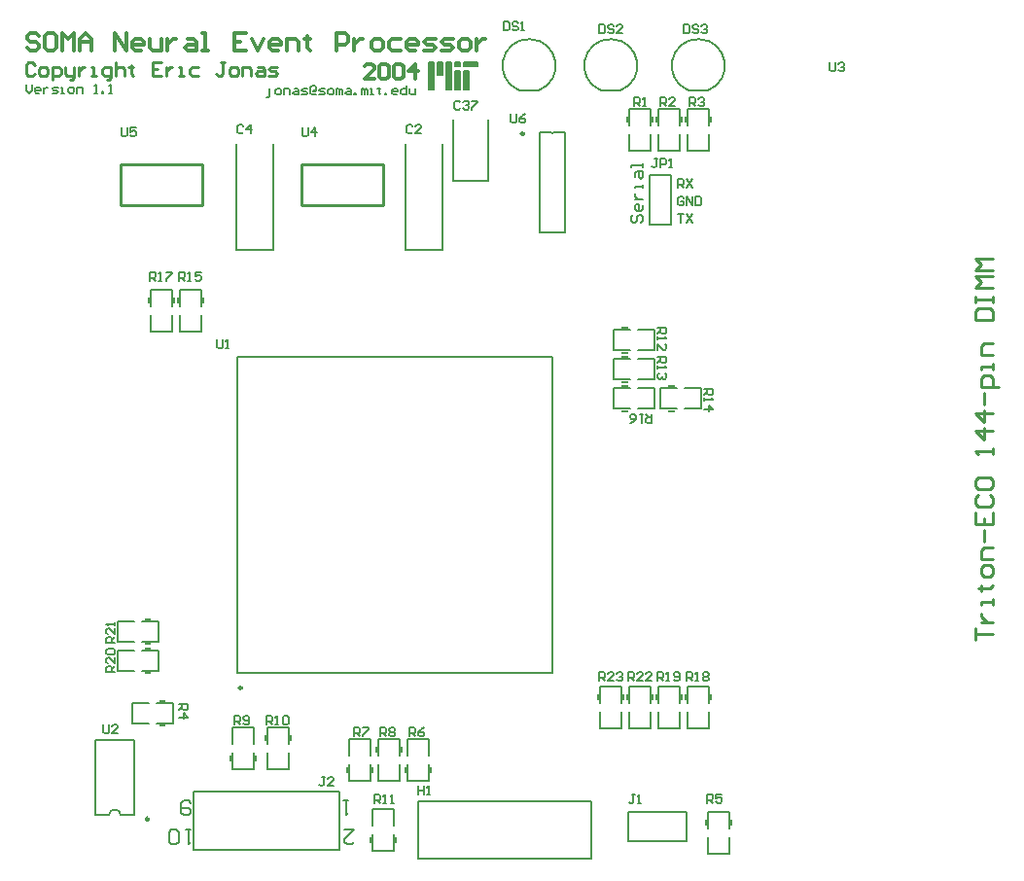
<source format=gto>
%FSLAX24Y24*%
%MOIN*%
G70*
G01*
G75*
%ADD10C,0.0080*%
%ADD11R,0.0787X0.0197*%
%ADD12R,0.1811X0.1772*%
%ADD13R,0.0394X0.0433*%
%ADD14R,0.0571X0.0118*%
%ADD15R,0.0433X0.0394*%
%ADD16R,0.0945X0.1024*%
%ADD17R,0.1000X0.1400*%
%ADD18R,0.0300X0.0600*%
%ADD19R,0.0866X0.0157*%
%ADD20R,0.0866X0.0157*%
%ADD21R,0.0118X0.0728*%
%ADD22R,0.0728X0.0118*%
%ADD23R,0.0866X0.0787*%
%ADD24C,0.0120*%
%ADD25C,0.0110*%
%ADD26C,0.0100*%
%ADD27C,0.0320*%
%ADD28C,0.0200*%
%ADD29C,0.0900*%
%ADD30C,0.0472*%
%ADD31C,0.0669*%
%ADD32R,0.0591X0.0591*%
%ADD33C,0.0591*%
%ADD34C,0.0500*%
%ADD35R,0.0394X0.0394*%
%ADD36C,0.0394*%
%ADD37C,0.1300*%
%ADD38C,0.0550*%
%ADD39C,0.1063*%
%ADD40C,0.0250*%
%ADD41C,0.0400*%
%ADD42C,0.0079*%
%ADD43C,0.0098*%
%ADD44C,0.0060*%
%ADD45C,0.0070*%
%ADD46C,0.0050*%
%ADD47R,0.0079X0.0197*%
%ADD48R,0.0197X0.0079*%
%ADD49C,0.0020*%
D10*
X31600Y56700D02*
X31650D01*
X31700Y56750D01*
Y57000D01*
X31950Y56800D02*
X32050D01*
X32100Y56850D01*
Y56950D01*
X32050Y57000D01*
X31950D01*
X31900Y56950D01*
Y56850D01*
X31950Y56800D01*
X32200D02*
Y57000D01*
X32350D01*
X32400Y56950D01*
Y56800D01*
X32550Y57000D02*
X32650D01*
X32700Y56950D01*
Y56800D01*
X32550D01*
X32500Y56850D01*
X32550Y56900D01*
X32700D01*
X32800Y56800D02*
X32950D01*
X33000Y56850D01*
X32950Y56900D01*
X32850D01*
X32800Y56950D01*
X32850Y57000D01*
X33000D01*
X33249Y56900D02*
Y56950D01*
X33199D01*
Y56900D01*
X33249D01*
X33299Y56950D01*
Y57050D01*
X33249Y57100D01*
X33149D01*
X33100Y57050D01*
Y56850D01*
X33149Y56800D01*
X33299D01*
X33399D02*
X33549D01*
X33599Y56850D01*
X33549Y56900D01*
X33449D01*
X33399Y56950D01*
X33449Y57000D01*
X33599D01*
X33749Y56800D02*
X33849D01*
X33899Y56850D01*
Y56950D01*
X33849Y57000D01*
X33749D01*
X33699Y56950D01*
Y56850D01*
X33749Y56800D01*
X33999D02*
Y57000D01*
X34049D01*
X34099Y56950D01*
Y56800D01*
Y56950D01*
X34149Y57000D01*
X34199Y56950D01*
Y56800D01*
X34349Y57000D02*
X34449D01*
X34499Y56950D01*
Y56800D01*
X34349D01*
X34299Y56850D01*
X34349Y56900D01*
X34499D01*
X34599Y56800D02*
Y56850D01*
X34649D01*
Y56800D01*
X34599D01*
X34849D02*
Y57000D01*
X34899D01*
X34949Y56950D01*
Y56800D01*
Y56950D01*
X34999Y57000D01*
X35049Y56950D01*
Y56800D01*
X35149D02*
X35249D01*
X35199D01*
Y57000D01*
X35149D01*
X35449Y57050D02*
Y57000D01*
X35399D01*
X35499D01*
X35449D01*
Y56850D01*
X35499Y56800D01*
X35649D02*
Y56850D01*
X35699D01*
Y56800D01*
X35649D01*
X36049D02*
X35949D01*
X35899Y56850D01*
Y56950D01*
X35949Y57000D01*
X36049D01*
X36099Y56950D01*
Y56900D01*
X35899D01*
X36398Y57100D02*
Y56800D01*
X36249D01*
X36199Y56850D01*
Y56950D01*
X36249Y57000D01*
X36398D01*
X36498D02*
Y56850D01*
X36548Y56800D01*
X36698D01*
Y57000D01*
X34267Y31600D02*
X34600D01*
X34267Y31267D01*
Y31183D01*
X34350Y31100D01*
X34517D01*
X34600Y31183D01*
X34400Y32600D02*
X34233D01*
X34317D01*
Y32100D01*
X34400Y32183D01*
X29000Y32517D02*
X28917Y32600D01*
X28750D01*
X28667Y32517D01*
Y32183D01*
X28750Y32100D01*
X28917D01*
X29000Y32183D01*
Y32267D01*
X28917Y32350D01*
X28667D01*
X29000Y31600D02*
X28833D01*
X28917D01*
Y31100D01*
X29000Y31183D01*
X28583D02*
X28500Y31100D01*
X28334D01*
X28250Y31183D01*
Y31517D01*
X28334Y31600D01*
X28500D01*
X28583Y31517D01*
Y31183D01*
X44167Y52667D02*
X44100Y52600D01*
Y52467D01*
X44167Y52400D01*
X44233D01*
X44300Y52467D01*
Y52600D01*
X44367Y52667D01*
X44433D01*
X44500Y52600D01*
Y52467D01*
X44433Y52400D01*
X44500Y53000D02*
Y52867D01*
X44433Y52800D01*
X44300D01*
X44233Y52867D01*
Y53000D01*
X44300Y53066D01*
X44367D01*
Y52800D01*
X44233Y53200D02*
X44500D01*
X44367D01*
X44300Y53266D01*
X44233Y53333D01*
Y53400D01*
X44500Y53600D02*
Y53733D01*
Y53666D01*
X44233D01*
Y53600D01*
Y53999D02*
Y54133D01*
X44300Y54199D01*
X44500D01*
Y53999D01*
X44433Y53933D01*
X44367Y53999D01*
Y54199D01*
X44500Y54333D02*
Y54466D01*
Y54399D01*
X44100D01*
Y54333D01*
D24*
X35283Y57350D02*
X34950D01*
X35283Y57683D01*
Y57767D01*
X35200Y57850D01*
X35033D01*
X34950Y57767D01*
X35450D02*
X35533Y57850D01*
X35700D01*
X35783Y57767D01*
Y57433D01*
X35700Y57350D01*
X35533D01*
X35450Y57433D01*
Y57767D01*
X35950D02*
X36033Y57850D01*
X36200D01*
X36283Y57767D01*
Y57433D01*
X36200Y57350D01*
X36033D01*
X35950Y57433D01*
Y57767D01*
X36699Y57350D02*
Y57850D01*
X36450Y57600D01*
X36783D01*
X23800Y58800D02*
X23700Y58900D01*
X23500D01*
X23400Y58800D01*
Y58700D01*
X23500Y58600D01*
X23700D01*
X23800Y58500D01*
Y58400D01*
X23700Y58300D01*
X23500D01*
X23400Y58400D01*
X24300Y58900D02*
X24100D01*
X24000Y58800D01*
Y58400D01*
X24100Y58300D01*
X24300D01*
X24400Y58400D01*
Y58800D01*
X24300Y58900D01*
X24600Y58300D02*
Y58900D01*
X24800Y58700D01*
X24999Y58900D01*
Y58300D01*
X25199D02*
Y58700D01*
X25399Y58900D01*
X25599Y58700D01*
Y58300D01*
Y58600D01*
X25199D01*
X26399Y58300D02*
Y58900D01*
X26799Y58300D01*
Y58900D01*
X27299Y58300D02*
X27099D01*
X26999Y58400D01*
Y58600D01*
X27099Y58700D01*
X27299D01*
X27399Y58600D01*
Y58500D01*
X26999D01*
X27599Y58700D02*
Y58400D01*
X27699Y58300D01*
X27999D01*
Y58700D01*
X28198D02*
Y58300D01*
Y58500D01*
X28298Y58600D01*
X28398Y58700D01*
X28498D01*
X28898D02*
X29098D01*
X29198Y58600D01*
Y58300D01*
X28898D01*
X28798Y58400D01*
X28898Y58500D01*
X29198D01*
X29398Y58300D02*
X29598D01*
X29498D01*
Y58900D01*
X29398D01*
X30898D02*
X30498D01*
Y58300D01*
X30898D01*
X30498Y58600D02*
X30698D01*
X31098Y58700D02*
X31297Y58300D01*
X31497Y58700D01*
X31997Y58300D02*
X31797D01*
X31697Y58400D01*
Y58600D01*
X31797Y58700D01*
X31997D01*
X32097Y58600D01*
Y58500D01*
X31697D01*
X32297Y58300D02*
Y58700D01*
X32597D01*
X32697Y58600D01*
Y58300D01*
X32997Y58800D02*
Y58700D01*
X32897D01*
X33097D01*
X32997D01*
Y58400D01*
X33097Y58300D01*
X33997D02*
Y58900D01*
X34296D01*
X34396Y58800D01*
Y58600D01*
X34296Y58500D01*
X33997D01*
X34596Y58700D02*
Y58300D01*
Y58500D01*
X34696Y58600D01*
X34796Y58700D01*
X34896D01*
X35296Y58300D02*
X35496D01*
X35596Y58400D01*
Y58600D01*
X35496Y58700D01*
X35296D01*
X35196Y58600D01*
Y58400D01*
X35296Y58300D01*
X36196Y58700D02*
X35896D01*
X35796Y58600D01*
Y58400D01*
X35896Y58300D01*
X36196D01*
X36696D02*
X36496D01*
X36396Y58400D01*
Y58600D01*
X36496Y58700D01*
X36696D01*
X36796Y58600D01*
Y58500D01*
X36396D01*
X36996Y58300D02*
X37295D01*
X37395Y58400D01*
X37295Y58500D01*
X37096D01*
X36996Y58600D01*
X37096Y58700D01*
X37395D01*
X37595Y58300D02*
X37895D01*
X37995Y58400D01*
X37895Y58500D01*
X37695D01*
X37595Y58600D01*
X37695Y58700D01*
X37995D01*
X38295Y58300D02*
X38495D01*
X38595Y58400D01*
Y58600D01*
X38495Y58700D01*
X38295D01*
X38195Y58600D01*
Y58400D01*
X38295Y58300D01*
X38795Y58700D02*
Y58300D01*
Y58500D01*
X38895Y58600D01*
X38995Y58700D01*
X39095D01*
D26*
X26600Y53000D02*
Y54400D01*
X29400D01*
Y53000D02*
Y54400D01*
X26600Y53000D02*
X29400D01*
X32800D02*
Y54400D01*
X35600D01*
Y53000D02*
Y54400D01*
X32800Y53000D02*
X35600D01*
X23650Y57825D02*
X23575Y57900D01*
X23425D01*
X23350Y57825D01*
Y57525D01*
X23425Y57450D01*
X23575D01*
X23650Y57525D01*
X23875Y57450D02*
X24025D01*
X24100Y57525D01*
Y57675D01*
X24025Y57750D01*
X23875D01*
X23800Y57675D01*
Y57525D01*
X23875Y57450D01*
X24250Y57300D02*
Y57750D01*
X24475D01*
X24550Y57675D01*
Y57525D01*
X24475Y57450D01*
X24250D01*
X24700Y57750D02*
Y57525D01*
X24775Y57450D01*
X24999D01*
Y57375D01*
X24924Y57300D01*
X24850D01*
X24999Y57450D02*
Y57750D01*
X25149D02*
Y57450D01*
Y57600D01*
X25224Y57675D01*
X25299Y57750D01*
X25374D01*
X25599Y57450D02*
X25749D01*
X25674D01*
Y57750D01*
X25599D01*
X26124Y57300D02*
X26199D01*
X26274Y57375D01*
Y57750D01*
X26049D01*
X25974Y57675D01*
Y57525D01*
X26049Y57450D01*
X26274D01*
X26424Y57900D02*
Y57450D01*
Y57675D01*
X26499Y57750D01*
X26649D01*
X26724Y57675D01*
Y57450D01*
X26949Y57825D02*
Y57750D01*
X26874D01*
X27024D01*
X26949D01*
Y57525D01*
X27024Y57450D01*
X27998Y57900D02*
X27699D01*
Y57450D01*
X27998D01*
X27699Y57675D02*
X27849D01*
X28148Y57750D02*
Y57450D01*
Y57600D01*
X28223Y57675D01*
X28298Y57750D01*
X28373D01*
X28598Y57450D02*
X28748D01*
X28673D01*
Y57750D01*
X28598D01*
X29273D02*
X29048D01*
X28973Y57675D01*
Y57525D01*
X29048Y57450D01*
X29273D01*
X30173Y57900D02*
X30023D01*
X30098D01*
Y57525D01*
X30023Y57450D01*
X29948D01*
X29873Y57525D01*
X30398Y57450D02*
X30548D01*
X30623Y57525D01*
Y57675D01*
X30548Y57750D01*
X30398D01*
X30323Y57675D01*
Y57525D01*
X30398Y57450D01*
X30773D02*
Y57750D01*
X30998D01*
X31073Y57675D01*
Y57450D01*
X31297Y57750D02*
X31447D01*
X31522Y57675D01*
Y57450D01*
X31297D01*
X31222Y57525D01*
X31297Y57600D01*
X31522D01*
X31672Y57450D02*
X31897D01*
X31972Y57525D01*
X31897Y57600D01*
X31747D01*
X31672Y57675D01*
X31747Y57750D01*
X31972D01*
X55900Y38100D02*
Y38500D01*
Y38300D01*
X56500D01*
X56100Y38700D02*
X56500D01*
X56300D01*
X56200Y38800D01*
X56100Y38900D01*
Y39000D01*
X56500Y39300D02*
Y39500D01*
Y39400D01*
X56100D01*
Y39300D01*
X56000Y39899D02*
X56100D01*
Y39799D01*
Y39999D01*
Y39899D01*
X56400D01*
X56500Y39999D01*
Y40399D02*
Y40599D01*
X56400Y40699D01*
X56200D01*
X56100Y40599D01*
Y40399D01*
X56200Y40299D01*
X56400D01*
X56500Y40399D01*
Y40899D02*
X56100D01*
Y41199D01*
X56200Y41299D01*
X56500D01*
X56200Y41499D02*
Y41899D01*
X55900Y42499D02*
Y42099D01*
X56500D01*
Y42499D01*
X56200Y42099D02*
Y42299D01*
X56000Y43098D02*
X55900Y42998D01*
Y42798D01*
X56000Y42699D01*
X56400D01*
X56500Y42798D01*
Y42998D01*
X56400Y43098D01*
X55900Y43598D02*
Y43398D01*
X56000Y43298D01*
X56400D01*
X56500Y43398D01*
Y43598D01*
X56400Y43698D01*
X56000D01*
X55900Y43598D01*
X56500Y44498D02*
Y44698D01*
Y44598D01*
X55900D01*
X56000Y44498D01*
X56500Y45298D02*
X55900D01*
X56200Y44998D01*
Y45398D01*
X56500Y45897D02*
X55900D01*
X56200Y45598D01*
Y45997D01*
Y46197D02*
Y46597D01*
X56700Y46797D02*
X56100D01*
Y47097D01*
X56200Y47197D01*
X56400D01*
X56500Y47097D01*
Y46797D01*
Y47397D02*
Y47597D01*
Y47497D01*
X56100D01*
Y47397D01*
X56500Y47897D02*
X56100D01*
Y48197D01*
X56200Y48297D01*
X56500D01*
X55900Y49096D02*
X56500D01*
Y49396D01*
X56400Y49496D01*
X56000D01*
X55900Y49396D01*
Y49096D01*
Y49696D02*
Y49896D01*
Y49796D01*
X56500D01*
Y49696D01*
Y49896D01*
Y50196D02*
X55900D01*
X56100Y50396D01*
X55900Y50596D01*
X56500D01*
Y50796D02*
X55900D01*
X56100Y50996D01*
X55900Y51196D01*
X56500D01*
D42*
X26603Y32101D02*
G03*
X26197Y32101I-203J0D01*
G01*
X41337Y55522D02*
G03*
X41462Y55522I63J0D01*
G01*
X43754Y35938D02*
Y36509D01*
X43046Y35938D02*
Y36509D01*
X43754D01*
X43046Y35091D02*
X43754D01*
Y35662D01*
X43046Y35091D02*
Y35662D01*
X35246Y30891D02*
Y31462D01*
X35954Y30891D02*
Y31462D01*
X35246Y30891D02*
X35954D01*
X35246Y32309D02*
X35954D01*
X35246Y31738D02*
Y32309D01*
X35954Y31738D02*
Y32309D01*
X29100Y30900D02*
Y32900D01*
X34100Y30900D02*
Y32900D01*
X29100Y30900D02*
X34100D01*
X29100Y32900D02*
X34100D01*
X26605Y32101D02*
X27069D01*
X25731D02*
X26195D01*
X25731Y34699D02*
X27069D01*
Y32101D02*
Y34699D01*
X25731Y32101D02*
Y34699D01*
X44754Y35938D02*
Y36509D01*
X44046Y35938D02*
Y36509D01*
X44754D01*
X44046Y35091D02*
X44754D01*
Y35662D01*
X44046Y35091D02*
Y35662D01*
X27338Y38046D02*
X27909D01*
X27338Y38754D02*
X27909D01*
Y38046D02*
Y38754D01*
X26491Y38046D02*
Y38754D01*
Y38046D02*
X27062D01*
X26491Y38754D02*
X27062D01*
X32354Y34538D02*
Y35109D01*
X31646Y34538D02*
Y35109D01*
X32354D01*
X31646Y33691D02*
X32354D01*
Y34262D01*
X31646Y33691D02*
Y34262D01*
X30446Y33691D02*
Y34262D01*
X31154Y33691D02*
Y34262D01*
X30446Y33691D02*
X31154D01*
X30446Y35109D02*
X31154D01*
X30446Y34538D02*
Y35109D01*
X31154Y34538D02*
Y35109D01*
X27338Y37046D02*
X27909D01*
X27338Y37754D02*
X27909D01*
Y37046D02*
Y37754D01*
X26491Y37046D02*
Y37754D01*
Y37046D02*
X27062D01*
X26491Y37754D02*
X27062D01*
X45754Y35938D02*
Y36509D01*
X45046Y35938D02*
Y36509D01*
X45754D01*
X45046Y35091D02*
X45754D01*
Y35662D01*
X45046Y35091D02*
Y35662D01*
X36154Y34138D02*
Y34709D01*
X35446Y34138D02*
Y34709D01*
X36154D01*
X35446Y33291D02*
X36154D01*
Y33862D01*
X35446Y33291D02*
Y33862D01*
X34446Y33291D02*
Y33862D01*
X35154Y33291D02*
Y33862D01*
X34446Y33291D02*
X35154D01*
X34446Y34709D02*
X35154D01*
X34446Y34138D02*
Y34709D01*
X35154Y34138D02*
Y34709D01*
X46754Y35938D02*
Y36509D01*
X46046Y35938D02*
Y36509D01*
X46754D01*
X46046Y35091D02*
X46754D01*
Y35662D01*
X46046Y35091D02*
Y35662D01*
X44000Y31200D02*
X46000D01*
Y32200D01*
X44000D02*
X46000D01*
X44000Y31200D02*
Y32200D01*
X36446Y33291D02*
Y33862D01*
X37154Y33291D02*
Y33862D01*
X36446Y33291D02*
X37154D01*
X36446Y34709D02*
X37154D01*
X36446Y34138D02*
Y34709D01*
X37154Y34138D02*
Y34709D01*
X47454Y31638D02*
Y32209D01*
X46746Y31638D02*
Y32209D01*
X47454D01*
X46746Y30791D02*
X47454D01*
Y31362D01*
X46746Y30791D02*
Y31362D01*
X27838Y35246D02*
X28409D01*
X27838Y35954D02*
X28409D01*
Y35246D02*
Y35954D01*
X26991Y35246D02*
Y35954D01*
Y35246D02*
X27562D01*
X26991Y35954D02*
X27562D01*
X28354Y49538D02*
Y50109D01*
X27646Y49538D02*
Y50109D01*
X28354D01*
X27646Y48691D02*
X28354D01*
Y49262D01*
X27646Y48691D02*
Y49262D01*
X43491Y46754D02*
X44062D01*
X43491Y46046D02*
X44062D01*
X43491D02*
Y46754D01*
X44909Y46046D02*
Y46754D01*
X44338D02*
X44909D01*
X44338Y46046D02*
X44909D01*
X29354Y49538D02*
Y50109D01*
X28646Y49538D02*
Y50109D01*
X29354D01*
X28646Y48691D02*
X29354D01*
Y49262D01*
X28646Y48691D02*
Y49262D01*
X45091Y46754D02*
X45662D01*
X45091Y46046D02*
X45662D01*
X45091D02*
Y46754D01*
X46509Y46046D02*
Y46754D01*
X45938D02*
X46509D01*
X45938Y46046D02*
X46509D01*
X43491Y47754D02*
X44062D01*
X43491Y47046D02*
X44062D01*
X43491D02*
Y47754D01*
X44909Y47046D02*
Y47754D01*
X44338D02*
X44909D01*
X44338Y47046D02*
X44909D01*
X43491Y48754D02*
X44062D01*
X43491Y48046D02*
X44062D01*
X43491D02*
Y48754D01*
X44909Y48046D02*
Y48754D01*
X44338D02*
X44909D01*
X44338Y48046D02*
X44909D01*
X46754Y55738D02*
Y56309D01*
X46046Y55738D02*
Y56309D01*
X46754D01*
X46046Y54891D02*
X46754D01*
Y55462D01*
X46046Y54891D02*
Y55462D01*
X45754Y55738D02*
Y56309D01*
X45046Y55738D02*
Y56309D01*
X45754D01*
X45046Y54891D02*
X45754D01*
Y55462D01*
X45046Y54891D02*
Y55462D01*
X44754Y55738D02*
Y56309D01*
X44046Y55738D02*
Y56309D01*
X44754D01*
X44046Y54891D02*
X44754D01*
Y55462D01*
X44046Y54891D02*
Y55462D01*
X42715Y30609D02*
Y32578D01*
X36809D02*
X42715D01*
X36809Y30609D02*
X42715D01*
X36809D02*
Y32578D01*
X30570Y51471D02*
X31830D01*
Y55132D01*
X30570Y51471D02*
Y55132D01*
X36370Y51471D02*
X37630D01*
Y55132D01*
X36370Y51471D02*
Y55132D01*
X40967Y55522D02*
X41337D01*
X41462D02*
X41833D01*
Y52078D02*
Y55522D01*
X40967Y52078D02*
X41833D01*
X40967D02*
Y55522D01*
X41413Y36987D02*
Y47813D01*
X30587Y36987D02*
Y47813D01*
Y36987D02*
X41413D01*
X30587Y47813D02*
X41413D01*
X45454Y52346D02*
Y54054D01*
X44746Y52346D02*
X45454D01*
X44746D02*
Y54054D01*
X45454D01*
X38009Y53858D02*
X39191D01*
Y55945D01*
X38009Y53858D02*
Y55945D01*
D43*
X27561Y31973D02*
G03*
X27561Y31973I-49J0D01*
G01*
X40426Y55470D02*
G03*
X40426Y55470I-49J0D01*
G01*
X30754Y36465D02*
G03*
X30754Y36465I-49J0D01*
G01*
D44*
X46720Y56948D02*
G03*
X46049Y56960I-320J852D01*
G01*
X43720Y56948D02*
G03*
X43049Y56960I-320J852D01*
G01*
X40920Y56948D02*
G03*
X40249Y56960I-320J852D01*
G01*
X46060Y56950D02*
X46721D01*
X43060D02*
X43721D01*
X40260D02*
X40921D01*
D45*
X36600Y55730D02*
X36550Y55780D01*
X36450D01*
X36400Y55730D01*
Y55530D01*
X36450Y55480D01*
X36550D01*
X36600Y55530D01*
X36900Y55480D02*
X36700D01*
X36900Y55680D01*
Y55730D01*
X36850Y55780D01*
X36750D01*
X36700Y55730D01*
X30800D02*
X30750Y55780D01*
X30650D01*
X30600Y55730D01*
Y55530D01*
X30650Y55480D01*
X30750D01*
X30800Y55530D01*
X31050Y55480D02*
Y55780D01*
X30900Y55630D01*
X31100D01*
X38240Y56540D02*
X38190Y56590D01*
X38090D01*
X38040Y56540D01*
Y56340D01*
X38090Y56290D01*
X38190D01*
X38240Y56340D01*
X38340Y56540D02*
X38390Y56590D01*
X38490D01*
X38540Y56540D01*
Y56490D01*
X38490Y56440D01*
X38440D01*
X38490D01*
X38540Y56390D01*
Y56340D01*
X38490Y56290D01*
X38390D01*
X38340Y56340D01*
X38640Y56590D02*
X38840D01*
Y56540D01*
X38640Y56340D01*
Y56290D01*
X39730Y59310D02*
Y59010D01*
X39880D01*
X39930Y59060D01*
Y59260D01*
X39880Y59310D01*
X39730D01*
X40230Y59260D02*
X40180Y59310D01*
X40080D01*
X40030Y59260D01*
Y59210D01*
X40080Y59160D01*
X40180D01*
X40230Y59110D01*
Y59060D01*
X40180Y59010D01*
X40080D01*
X40030Y59060D01*
X40330Y59010D02*
X40430D01*
X40380D01*
Y59310D01*
X40330Y59260D01*
X43000Y59200D02*
Y58900D01*
X43150D01*
X43200Y58950D01*
Y59150D01*
X43150Y59200D01*
X43000D01*
X43500Y59150D02*
X43450Y59200D01*
X43350D01*
X43300Y59150D01*
Y59100D01*
X43350Y59050D01*
X43450D01*
X43500Y59000D01*
Y58950D01*
X43450Y58900D01*
X43350D01*
X43300Y58950D01*
X43800Y58900D02*
X43600D01*
X43800Y59100D01*
Y59150D01*
X43750Y59200D01*
X43650D01*
X43600Y59150D01*
X45900Y59200D02*
Y58900D01*
X46050D01*
X46100Y58950D01*
Y59150D01*
X46050Y59200D01*
X45900D01*
X46400Y59150D02*
X46350Y59200D01*
X46250D01*
X46200Y59150D01*
Y59100D01*
X46250Y59050D01*
X46350D01*
X46400Y59000D01*
Y58950D01*
X46350Y58900D01*
X46250D01*
X46200Y58950D01*
X46500Y59150D02*
X46550Y59200D01*
X46650D01*
X46700Y59150D01*
Y59100D01*
X46650Y59050D01*
X46600D01*
X46650D01*
X46700Y59000D01*
Y58950D01*
X46650Y58900D01*
X46550D01*
X46500Y58950D01*
X36800Y33100D02*
Y32800D01*
Y32950D01*
X37000D01*
Y33100D01*
Y32800D01*
X37100D02*
X37200D01*
X37150D01*
Y33100D01*
X37100Y33050D01*
X44230Y32810D02*
X44130D01*
X44180D01*
Y32560D01*
X44130Y32510D01*
X44080D01*
X44030Y32560D01*
X44330Y32510D02*
X44430D01*
X44380D01*
Y32810D01*
X44330Y32760D01*
X33600Y33400D02*
X33500D01*
X33550D01*
Y33150D01*
X33500Y33100D01*
X33450D01*
X33400Y33150D01*
X33900Y33100D02*
X33700D01*
X33900Y33300D01*
Y33350D01*
X33850Y33400D01*
X33750D01*
X33700Y33350D01*
X44200Y56400D02*
Y56700D01*
X44350D01*
X44400Y56650D01*
Y56550D01*
X44350Y56500D01*
X44200D01*
X44300D02*
X44400Y56400D01*
X44500D02*
X44600D01*
X44550D01*
Y56700D01*
X44500Y56650D01*
X45100Y56400D02*
Y56700D01*
X45250D01*
X45300Y56650D01*
Y56550D01*
X45250Y56500D01*
X45100D01*
X45200D02*
X45300Y56400D01*
X45600D02*
X45400D01*
X45600Y56600D01*
Y56650D01*
X45550Y56700D01*
X45450D01*
X45400Y56650D01*
X46100Y56400D02*
Y56700D01*
X46250D01*
X46300Y56650D01*
Y56550D01*
X46250Y56500D01*
X46100D01*
X46200D02*
X46300Y56400D01*
X46400Y56650D02*
X46450Y56700D01*
X46550D01*
X46600Y56650D01*
Y56600D01*
X46550Y56550D01*
X46500D01*
X46550D01*
X46600Y56500D01*
Y56450D01*
X46550Y56400D01*
X46450D01*
X46400Y56450D01*
X28600Y35900D02*
X28900D01*
Y35750D01*
X28850Y35700D01*
X28750D01*
X28700Y35750D01*
Y35900D01*
Y35800D02*
X28600Y35700D01*
Y35450D02*
X28900D01*
X28750Y35600D01*
Y35400D01*
X46700Y32520D02*
Y32820D01*
X46850D01*
X46900Y32770D01*
Y32670D01*
X46850Y32620D01*
X46700D01*
X46800D02*
X46900Y32520D01*
X47200Y32820D02*
X47000D01*
Y32670D01*
X47100Y32720D01*
X47150D01*
X47200Y32670D01*
Y32570D01*
X47150Y32520D01*
X47050D01*
X47000Y32570D01*
X36500Y34800D02*
Y35100D01*
X36650D01*
X36700Y35050D01*
Y34950D01*
X36650Y34900D01*
X36500D01*
X36600D02*
X36700Y34800D01*
X37000Y35100D02*
X36900Y35050D01*
X36800Y34950D01*
Y34850D01*
X36850Y34800D01*
X36950D01*
X37000Y34850D01*
Y34900D01*
X36950Y34950D01*
X36800D01*
X34600Y34800D02*
Y35100D01*
X34750D01*
X34800Y35050D01*
Y34950D01*
X34750Y34900D01*
X34600D01*
X34700D02*
X34800Y34800D01*
X34900Y35100D02*
X35100D01*
Y35050D01*
X34900Y34850D01*
Y34800D01*
X35497Y34803D02*
Y35103D01*
X35647D01*
X35697Y35053D01*
Y34953D01*
X35647Y34903D01*
X35497D01*
X35597D02*
X35697Y34803D01*
X35797Y35053D02*
X35847Y35103D01*
X35947D01*
X35997Y35053D01*
Y35003D01*
X35947Y34953D01*
X35997Y34903D01*
Y34853D01*
X35947Y34803D01*
X35847D01*
X35797Y34853D01*
Y34903D01*
X35847Y34953D01*
X35797Y35003D01*
Y35053D01*
X35847Y34953D02*
X35947D01*
X30500Y35200D02*
Y35500D01*
X30650D01*
X30700Y35450D01*
Y35350D01*
X30650Y35300D01*
X30500D01*
X30600D02*
X30700Y35200D01*
X30800Y35250D02*
X30850Y35200D01*
X30950D01*
X31000Y35250D01*
Y35450D01*
X30950Y35500D01*
X30850D01*
X30800Y35450D01*
Y35400D01*
X30850Y35350D01*
X31000D01*
X31600Y35200D02*
Y35500D01*
X31750D01*
X31800Y35450D01*
Y35350D01*
X31750Y35300D01*
X31600D01*
X31700D02*
X31800Y35200D01*
X31900D02*
X32000D01*
X31950D01*
Y35500D01*
X31900Y35450D01*
X32150D02*
X32200Y35500D01*
X32300D01*
X32350Y35450D01*
Y35250D01*
X32300Y35200D01*
X32200D01*
X32150Y35250D01*
Y35450D01*
X35300Y32500D02*
Y32800D01*
X35450D01*
X35500Y32750D01*
Y32650D01*
X35450Y32600D01*
X35300D01*
X35400D02*
X35500Y32500D01*
X35600D02*
X35700D01*
X35650D01*
Y32800D01*
X35600Y32750D01*
X35850Y32500D02*
X35950D01*
X35900D01*
Y32800D01*
X35850Y32750D01*
X45000Y48800D02*
X45300D01*
Y48650D01*
X45250Y48600D01*
X45150D01*
X45100Y48650D01*
Y48800D01*
Y48700D02*
X45000Y48600D01*
Y48500D02*
Y48400D01*
Y48450D01*
X45300D01*
X45250Y48500D01*
X45000Y48050D02*
Y48250D01*
X45200Y48050D01*
X45250D01*
X45300Y48100D01*
Y48200D01*
X45250Y48250D01*
X45000Y47800D02*
X45300D01*
Y47650D01*
X45250Y47600D01*
X45150D01*
X45100Y47650D01*
Y47800D01*
Y47700D02*
X45000Y47600D01*
Y47500D02*
Y47400D01*
Y47450D01*
X45300D01*
X45250Y47500D01*
Y47250D02*
X45300Y47200D01*
Y47100D01*
X45250Y47050D01*
X45200D01*
X45150Y47100D01*
Y47150D01*
Y47100D01*
X45100Y47050D01*
X45050D01*
X45000Y47100D01*
Y47200D01*
X45050Y47250D01*
X46600Y46700D02*
X46900D01*
Y46550D01*
X46850Y46500D01*
X46750D01*
X46700Y46550D01*
Y46700D01*
Y46600D02*
X46600Y46500D01*
Y46400D02*
Y46300D01*
Y46350D01*
X46900D01*
X46850Y46400D01*
X46600Y46000D02*
X46900D01*
X46750Y46150D01*
Y45950D01*
X28600Y50420D02*
Y50720D01*
X28750D01*
X28800Y50670D01*
Y50570D01*
X28750Y50520D01*
X28600D01*
X28700D02*
X28800Y50420D01*
X28900D02*
X29000D01*
X28950D01*
Y50720D01*
X28900Y50670D01*
X29350Y50720D02*
X29150D01*
Y50570D01*
X29250Y50620D01*
X29300D01*
X29350Y50570D01*
Y50470D01*
X29300Y50420D01*
X29200D01*
X29150Y50470D01*
X44800Y45845D02*
Y45545D01*
X44650D01*
X44600Y45595D01*
Y45695D01*
X44650Y45745D01*
X44800D01*
X44700D02*
X44600Y45845D01*
X44500D02*
X44400D01*
X44450D01*
Y45545D01*
X44500Y45595D01*
X44050Y45545D02*
X44150Y45595D01*
X44250Y45695D01*
Y45795D01*
X44200Y45845D01*
X44100D01*
X44050Y45795D01*
Y45745D01*
X44100Y45695D01*
X44250D01*
X27600Y50420D02*
Y50720D01*
X27750D01*
X27800Y50670D01*
Y50570D01*
X27750Y50520D01*
X27600D01*
X27700D02*
X27800Y50420D01*
X27900D02*
X28000D01*
X27950D01*
Y50720D01*
X27900Y50670D01*
X28150Y50720D02*
X28350D01*
Y50670D01*
X28150Y50470D01*
Y50420D01*
X46000Y36700D02*
Y37000D01*
X46150D01*
X46200Y36950D01*
Y36850D01*
X46150Y36800D01*
X46000D01*
X46100D02*
X46200Y36700D01*
X46300D02*
X46400D01*
X46350D01*
Y37000D01*
X46300Y36950D01*
X46550D02*
X46600Y37000D01*
X46700D01*
X46750Y36950D01*
Y36900D01*
X46700Y36850D01*
X46750Y36800D01*
Y36750D01*
X46700Y36700D01*
X46600D01*
X46550Y36750D01*
Y36800D01*
X46600Y36850D01*
X46550Y36900D01*
Y36950D01*
X46600Y36850D02*
X46700D01*
X45000Y36700D02*
Y37000D01*
X45150D01*
X45200Y36950D01*
Y36850D01*
X45150Y36800D01*
X45000D01*
X45100D02*
X45200Y36700D01*
X45300D02*
X45400D01*
X45350D01*
Y37000D01*
X45300Y36950D01*
X45550Y36750D02*
X45600Y36700D01*
X45700D01*
X45750Y36750D01*
Y36950D01*
X45700Y37000D01*
X45600D01*
X45550Y36950D01*
Y36900D01*
X45600Y36850D01*
X45750D01*
X26400Y37000D02*
X26100D01*
Y37150D01*
X26150Y37200D01*
X26250D01*
X26300Y37150D01*
Y37000D01*
Y37100D02*
X26400Y37200D01*
Y37500D02*
Y37300D01*
X26200Y37500D01*
X26150D01*
X26100Y37450D01*
Y37350D01*
X26150Y37300D01*
Y37600D02*
X26100Y37650D01*
Y37750D01*
X26150Y37800D01*
X26350D01*
X26400Y37750D01*
Y37650D01*
X26350Y37600D01*
X26150D01*
X26400Y38000D02*
X26100D01*
Y38150D01*
X26150Y38200D01*
X26250D01*
X26300Y38150D01*
Y38000D01*
Y38100D02*
X26400Y38200D01*
Y38500D02*
Y38300D01*
X26200Y38500D01*
X26150D01*
X26100Y38450D01*
Y38350D01*
X26150Y38300D01*
X26400Y38600D02*
Y38700D01*
Y38650D01*
X26100D01*
X26150Y38600D01*
X44000Y36700D02*
Y37000D01*
X44150D01*
X44200Y36950D01*
Y36850D01*
X44150Y36800D01*
X44000D01*
X44100D02*
X44200Y36700D01*
X44500D02*
X44300D01*
X44500Y36900D01*
Y36950D01*
X44450Y37000D01*
X44350D01*
X44300Y36950D01*
X44800Y36700D02*
X44600D01*
X44800Y36900D01*
Y36950D01*
X44750Y37000D01*
X44650D01*
X44600Y36950D01*
X43000Y36700D02*
Y37000D01*
X43150D01*
X43200Y36950D01*
Y36850D01*
X43150Y36800D01*
X43000D01*
X43100D02*
X43200Y36700D01*
X43500D02*
X43300D01*
X43500Y36900D01*
Y36950D01*
X43450Y37000D01*
X43350D01*
X43300Y36950D01*
X43600D02*
X43650Y37000D01*
X43750D01*
X43800Y36950D01*
Y36900D01*
X43750Y36850D01*
X43700D01*
X43750D01*
X43800Y36800D01*
Y36750D01*
X43750Y36700D01*
X43650D01*
X43600Y36750D01*
X29900Y48400D02*
Y48150D01*
X29950Y48100D01*
X30050D01*
X30100Y48150D01*
Y48400D01*
X30200Y48100D02*
X30300D01*
X30250D01*
Y48400D01*
X30200Y48350D01*
X26000Y35200D02*
Y34950D01*
X26050Y34900D01*
X26150D01*
X26200Y34950D01*
Y35200D01*
X26500Y34900D02*
X26300D01*
X26500Y35100D01*
Y35150D01*
X26450Y35200D01*
X26350D01*
X26300Y35150D01*
X50900Y57900D02*
Y57650D01*
X50950Y57600D01*
X51050D01*
X51100Y57650D01*
Y57900D01*
X51200Y57850D02*
X51250Y57900D01*
X51350D01*
X51400Y57850D01*
Y57800D01*
X51350Y57750D01*
X51300D01*
X51350D01*
X51400Y57700D01*
Y57650D01*
X51350Y57600D01*
X51250D01*
X51200Y57650D01*
X32820Y55680D02*
Y55430D01*
X32870Y55380D01*
X32970D01*
X33020Y55430D01*
Y55680D01*
X33270Y55380D02*
Y55680D01*
X33120Y55530D01*
X33320D01*
X26620Y55680D02*
Y55430D01*
X26670Y55380D01*
X26770D01*
X26820Y55430D01*
Y55680D01*
X27120D02*
X26920D01*
Y55530D01*
X27020Y55580D01*
X27070D01*
X27120Y55530D01*
Y55430D01*
X27070Y55380D01*
X26970D01*
X26920Y55430D01*
X39970Y56140D02*
Y55890D01*
X40020Y55840D01*
X40120D01*
X40170Y55890D01*
Y56140D01*
X40470D02*
X40370Y56090D01*
X40270Y55990D01*
Y55890D01*
X40320Y55840D01*
X40420D01*
X40470Y55890D01*
Y55940D01*
X40420Y55990D01*
X40270D01*
X45000Y54600D02*
X44900D01*
X44950D01*
Y54350D01*
X44900Y54300D01*
X44850D01*
X44800Y54350D01*
X45100Y54300D02*
Y54600D01*
X45250D01*
X45300Y54550D01*
Y54450D01*
X45250Y54400D01*
X45100D01*
X45400Y54300D02*
X45500D01*
X45450D01*
Y54600D01*
X45400Y54550D01*
X23350Y57150D02*
Y56950D01*
X23450Y56850D01*
X23550Y56950D01*
Y57150D01*
X23800Y56850D02*
X23700D01*
X23650Y56900D01*
Y57000D01*
X23700Y57050D01*
X23800D01*
X23850Y57000D01*
Y56950D01*
X23650D01*
X23950Y57050D02*
Y56850D01*
Y56950D01*
X24000Y57000D01*
X24050Y57050D01*
X24100D01*
X24250Y56850D02*
X24400D01*
X24450Y56900D01*
X24400Y56950D01*
X24300D01*
X24250Y57000D01*
X24300Y57050D01*
X24450D01*
X24550Y56850D02*
X24650D01*
X24600D01*
Y57050D01*
X24550D01*
X24850Y56850D02*
X24949D01*
X24999Y56900D01*
Y57000D01*
X24949Y57050D01*
X24850D01*
X24800Y57000D01*
Y56900D01*
X24850Y56850D01*
X25099D02*
Y57050D01*
X25249D01*
X25299Y57000D01*
Y56850D01*
X25699D02*
X25799D01*
X25749D01*
Y57150D01*
X25699Y57100D01*
X25949Y56850D02*
Y56900D01*
X25999D01*
Y56850D01*
X25949D01*
X26199D02*
X26299D01*
X26249D01*
Y57150D01*
X26199Y57100D01*
X45700Y53600D02*
Y53900D01*
X45850D01*
X45900Y53850D01*
Y53750D01*
X45850Y53700D01*
X45700D01*
X45800D02*
X45900Y53600D01*
X46000Y53900D02*
X46200Y53600D01*
Y53900D02*
X46000Y53600D01*
X45700Y52700D02*
X45900D01*
X45800D01*
Y52400D01*
X46000Y52700D02*
X46200Y52400D01*
Y52700D02*
X46000Y52400D01*
X45900Y53250D02*
X45850Y53300D01*
X45750D01*
X45700Y53250D01*
Y53050D01*
X45750Y53000D01*
X45850D01*
X45900Y53050D01*
Y53150D01*
X45800D01*
X46000Y53000D02*
Y53300D01*
X46200Y53000D01*
Y53300D01*
X46300D02*
Y53000D01*
X46450D01*
X46500Y53050D01*
Y53250D01*
X46450Y53300D01*
X46300D01*
D46*
X37175Y56975D02*
Y57925D01*
X37325D01*
Y56975D01*
X37175D01*
X37217Y57017D02*
Y57883D01*
X37283D01*
Y57017D01*
X37217D01*
X37245Y57058D02*
X37255Y57842D01*
X37471Y57476D02*
X37479Y57926D01*
X37629Y57924D01*
X37621Y57474D01*
X37471Y57476D01*
X37514Y57517D02*
X37520Y57884D01*
X37586Y57883D01*
X37580Y57516D01*
X37514Y57517D01*
X37543Y57558D02*
X37557Y57842D01*
X37775Y56975D02*
Y57925D01*
X37925D01*
Y56975D01*
X37775D01*
X37817Y57017D02*
Y57883D01*
X37883D01*
Y57017D01*
X37817D01*
X37845Y57058D02*
X37855Y57842D01*
X38375Y57775D02*
Y57925D01*
X38825D01*
Y57775D01*
X38375D01*
X38417Y57817D02*
Y57883D01*
X38783D01*
Y57817D01*
X38417D01*
X38458Y57845D02*
X38742Y57855D01*
X38075Y56975D02*
Y57625D01*
X38225D01*
Y56975D01*
X38075D01*
X38117Y57017D02*
Y57583D01*
X38183D01*
Y57017D01*
X38117D01*
X38145Y57058D02*
X38155Y57542D01*
X38075Y57775D02*
Y57925D01*
X38225D01*
Y57775D01*
X38075D01*
X38117Y57817D02*
Y57883D01*
X38183D01*
Y57817D01*
X38117D01*
X38145Y57845D02*
X38155Y57855D01*
X38375Y56975D02*
Y57625D01*
X38525D01*
Y56975D01*
X38375D01*
X38417Y57017D02*
Y57583D01*
X38483D01*
Y57017D01*
X38417D01*
X38445Y57058D02*
X38455Y57542D01*
D47*
X42967Y36135D02*
D03*
X43833D02*
D03*
X36033Y31265D02*
D03*
X35167D02*
D03*
X43967Y36135D02*
D03*
X44833D02*
D03*
X31567Y34735D02*
D03*
X32433D02*
D03*
X31233Y34065D02*
D03*
X30367D02*
D03*
X44967Y36135D02*
D03*
X45833D02*
D03*
X35367Y34335D02*
D03*
X36233D02*
D03*
X35233Y33665D02*
D03*
X34367D02*
D03*
X45967Y36135D02*
D03*
X46833D02*
D03*
X37233Y33665D02*
D03*
X36367D02*
D03*
X46667Y31835D02*
D03*
X47533D02*
D03*
X27567Y49735D02*
D03*
X28433D02*
D03*
X28567D02*
D03*
X29433D02*
D03*
X45967Y55935D02*
D03*
X46833D02*
D03*
X44967D02*
D03*
X45833D02*
D03*
X43967Y55935D02*
D03*
X44833D02*
D03*
D48*
X27535Y38833D02*
D03*
X27535Y37967D02*
D03*
X27534Y37833D02*
D03*
X27535Y36967D02*
D03*
X28035Y36033D02*
D03*
Y35167D02*
D03*
D49*
X43777Y45937D02*
Y45996D01*
X43954Y45996D01*
Y45937D01*
X43777Y45937D01*
X43793Y45954D02*
X43793Y45980D01*
X43938D01*
X43938Y45954D01*
X43793D01*
X43810Y45962D02*
X43921Y45972D01*
X43777Y46804D02*
Y46863D01*
X43954Y46863D01*
Y46804D01*
X43777Y46804D01*
X43793Y46820D02*
X43793Y46846D01*
X43938D01*
X43938Y46820D01*
X43793D01*
X43810Y46828D02*
X43921Y46838D01*
X45377Y45937D02*
Y45996D01*
X45554Y45996D01*
Y45937D01*
X45377Y45937D01*
X45393Y45954D02*
X45393Y45980D01*
X45538D01*
X45538Y45954D01*
X45393D01*
X45410Y45962D02*
X45521Y45972D01*
X45377Y46804D02*
Y46863D01*
X45554Y46863D01*
Y46804D01*
X45377Y46804D01*
X45393Y46820D02*
X45393Y46846D01*
X45538D01*
X45538Y46820D01*
X45393D01*
X45410Y46828D02*
X45521Y46838D01*
X43777Y46937D02*
Y46996D01*
X43954Y46996D01*
Y46937D01*
X43777Y46937D01*
X43793Y46954D02*
X43793Y46980D01*
X43938D01*
X43938Y46954D01*
X43793D01*
X43810Y46962D02*
X43921Y46972D01*
X43777Y47804D02*
Y47863D01*
X43954Y47863D01*
Y47804D01*
X43777Y47804D01*
X43793Y47820D02*
X43793Y47846D01*
X43938D01*
X43938Y47820D01*
X43793D01*
X43810Y47828D02*
X43921Y47838D01*
X43777Y47937D02*
Y47996D01*
X43954Y47996D01*
Y47937D01*
X43777Y47937D01*
X43793Y47954D02*
X43793Y47980D01*
X43938D01*
X43938Y47954D01*
X43793D01*
X43810Y47962D02*
X43921Y47972D01*
X43777Y48804D02*
Y48863D01*
X43954Y48863D01*
Y48804D01*
X43777Y48804D01*
X43793Y48820D02*
X43793Y48846D01*
X43938D01*
X43938Y48820D01*
X43793D01*
X43810Y48828D02*
X43921Y48838D01*
M02*

</source>
